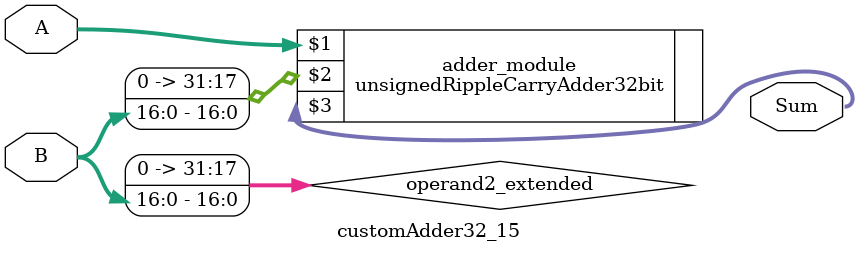
<source format=v>

module customAdder32_15(
                    input [31 : 0] A,
                    input [16 : 0] B,
                    
                    output [32 : 0] Sum
            );

    wire [31 : 0] operand2_extended;
    
    assign operand2_extended =  {15'b0, B};
    
    unsignedRippleCarryAdder32bit adder_module(
        A,
        operand2_extended,
        Sum
    );
    
endmodule
        
</source>
